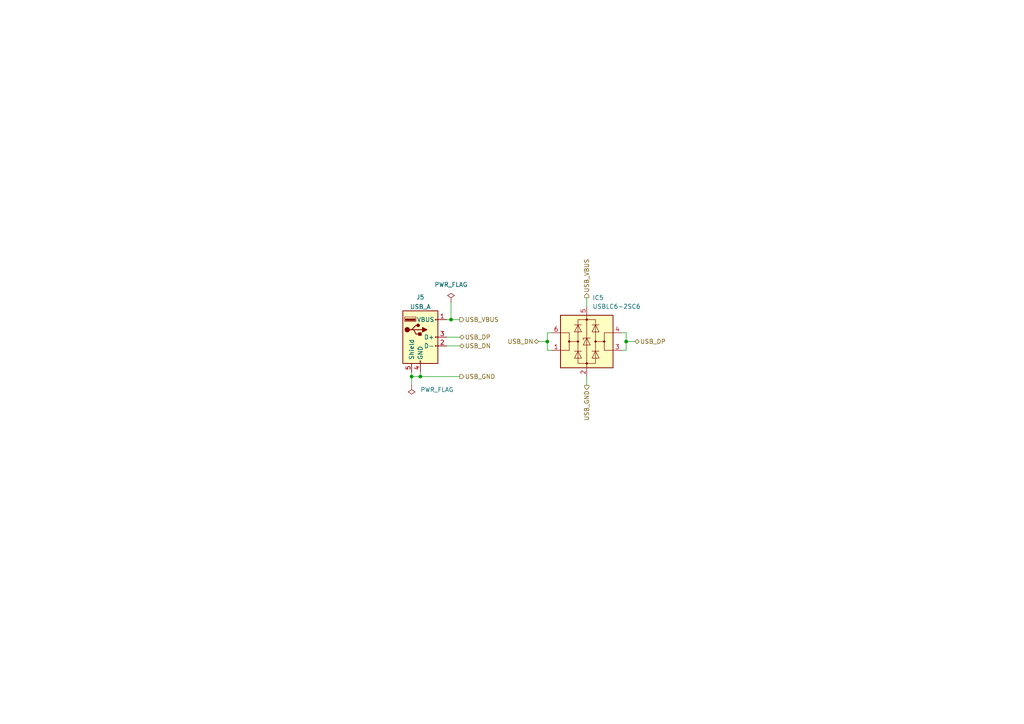
<source format=kicad_sch>
(kicad_sch (version 20250114) (generator "eeschema") (generator_version "9.0")
  (paper "A4")
  (title_block (title "PB2 Bela Mini Proto") (date "2024-11") (rev "rev 1.0"))
  (lib_symbols
    (symbol "Connector:USB_A" (pin_names (offset 1.016))
      (property "Reference" "J" (at -5.08 11.43 0))
      (property "Value" "USB_A" (at -5.08 8.89 0))
      (symbol "USB_A_0_1"
        (rectangle (start -5.08 -7.62) (end 5.08 7.62) (stroke (width 0.254)) (fill (type background)))
        (circle (center -3.81 2.159) (radius 0.635) (stroke (width 0.254)) (fill (type outline)))
        (polyline (pts (xy -3.175 2.159) (xy -2.54 2.159) (xy -1.27 3.429) (xy -0.635 3.429)) (stroke (width 0.254)))
        (polyline (pts (xy -2.54 2.159) (xy -1.905 2.159) (xy -1.27 0.889) (xy 0 0.889)) (stroke (width 0.254)))
        (rectangle (start -1.524 4.826) (end -4.318 5.334) (fill (type outline)))
        (rectangle (start -1.27 4.572) (end -4.572 5.842))
        (circle (center -0.635 3.429) (radius 0.381) (stroke (width 0.254)) (fill (type outline)))
        (rectangle (start -0.127 -7.62) (end 0.127 -6.858))
        (rectangle (start 0.254 1.27) (end -0.508 0.508) (stroke (width 0.254)) (fill (type outline)))
        (polyline (pts (xy 0.635 2.794) (xy 0.635 1.524) (xy 1.905 2.159) (xy 0.635 2.794)) (stroke (width 0.254)) (fill (type outline)))
        (rectangle (start 5.08 4.953) (end 4.318 5.207))
        (rectangle (start 5.08 -0.127) (end 4.318 0.127))
        (rectangle (start 5.08 -2.667) (end 4.318 -2.413))
      )
      (symbol "USB_A_1_1"
        (polyline (pts (xy -1.905 2.159) (xy 0.635 2.159)) (stroke (width 0.254)))
        (pin passive line (at -2.54 -10.16 90) (length 2.54) (name "Shield") (number "5"))
        (pin power_in line (at 0 -10.16 90) (length 2.54) (name "GND") (number "4"))
        (pin power_in line (at 7.62 5.08 180) (length 2.54) (name "VBUS") (number "1"))
        (pin bidirectional line (at 7.62 0 180) (length 2.54) (name "D+") (number "3"))
        (pin bidirectional line (at 7.62 -2.54 180) (length 2.54) (name "D-") (number "2"))
      )
    )
    (symbol "Power_Protection:USBLC6-2SC6" (pin_names (hide yes))
      (property "Reference" "U" (at 2.54 8.89 0))
      (property "Value" "USBLC6-2SC6" (at 2.54 -8.89 0))
      (symbol "USBLC6-2SC6_0_1"
        (rectangle (start -7.62 -7.62) (end 7.62 7.62) (stroke (width 0.254)) (fill (type background)))
        (polyline (pts (xy -5.08 2.54) (xy -7.62 2.54)))
        (circle (center -5.08 0) (radius 0.254) (fill (type outline)))
        (polyline (pts (xy -5.08 0) (xy -5.08 -2.54)))
        (polyline (pts (xy -5.08 -2.54) (xy -7.62 -2.54)))
        (polyline (pts (xy -3.556 2.794) (xy -1.524 2.794) (xy -2.54 4.826) (xy -3.556 2.794)))
        (polyline (pts (xy -3.556 -4.826) (xy -1.524 -4.826) (xy -2.54 -2.794) (xy -3.556 -4.826)))
        (rectangle (start -2.54 6.35) (end 2.54 -6.35))
        (circle (center -2.54 0) (radius 0.254) (fill (type outline)))
        (polyline (pts (xy -2.54 0) (xy -5.08 0) (xy -5.08 2.54)))
        (polyline (pts (xy -1.524 4.826) (xy -3.556 4.826)))
        (polyline (pts (xy -1.524 -2.794) (xy -3.556 -2.794)))
        (polyline (pts (xy -1.016 -1.016) (xy 1.016 -1.016) (xy 0 1.016) (xy -1.016 -1.016)))
        (circle (center 0 6.35) (radius 0.254) (fill (type outline)))
        (polyline (pts (xy 0 6.35) (xy 0 7.62)))
        (polyline (pts (xy 0 1.27) (xy 0 6.35)))
        (polyline (pts (xy 0 -6.35) (xy 0 1.27)))
        (circle (center 0 -6.35) (radius 0.254) (fill (type outline)))
        (polyline (pts (xy 0 -7.62) (xy 0 -6.35)))
        (polyline (pts (xy 1.016 1.016) (xy 0.762 1.016) (xy -1.016 1.016) (xy -1.016 0.508)))
        (polyline (pts (xy 1.524 4.826) (xy 3.556 4.826)))
        (polyline (pts (xy 1.524 -2.794) (xy 3.556 -2.794)))
        (polyline (pts (xy 2.54 0) (xy 5.08 0) (xy 5.08 2.54)))
        (circle (center 2.54 0) (radius 0.254) (fill (type outline)))
        (polyline (pts (xy 3.556 2.794) (xy 1.524 2.794) (xy 2.54 4.826) (xy 3.556 2.794)))
        (polyline (pts (xy 3.556 -4.826) (xy 1.524 -4.826) (xy 2.54 -2.794) (xy 3.556 -4.826)))
        (polyline (pts (xy 5.08 2.54) (xy 7.62 2.54)))
        (polyline (pts (xy 5.08 0) (xy 5.08 -2.54)))
        (circle (center 5.08 0) (radius 0.254) (fill (type outline)))
        (polyline (pts (xy 5.08 -2.54) (xy 7.62 -2.54)))
      )
      (symbol "USBLC6-2SC6_1_1"
        (pin passive line (at -10.16 2.54 0) (length 2.54) (name "I/O1") (number "6"))
        (pin passive line (at -10.16 -2.54 0) (length 2.54) (name "I/O1") (number "1"))
        (pin passive line (at 0 10.16 270) (length 2.54) (name "VBUS") (number "5"))
        (pin passive line (at 0 -10.16 90) (length 2.54) (name "GND") (number "2"))
        (pin passive line (at 10.16 2.54 180) (length 2.54) (name "I/O2") (number "4"))
        (pin passive line (at 10.16 -2.54 180) (length 2.54) (name "I/O2") (number "3"))
      )
    )
    (symbol "power:PWR_FLAG" (power) (pin_numbers (hide yes)) (pin_names (offset 0) (hide yes))
      (property "Value" "PWR_FLAG" (at 0 3.81 0))
      (symbol "PWR_FLAG_0_0"
        (pin power_out line (at 0 0 90) (length 0) (name "pwr") (number "1"))
      )
      (symbol "PWR_FLAG_0_1"
        (polyline (pts (xy 0 0) (xy 0 1.27) (xy -1.016 1.905) (xy 0 2.54) (xy 1.016 1.905) (xy 0 1.27)))
      )
    )
  )
  (junction (at 158.75 99.06))
  (junction (at 119.38 109.22))
  (junction (at 181.61 99.06))
  (junction (at 130.81 92.71))
  (junction (at 121.92 109.22))
  (wire (pts (xy 181.61 99.06) (xy 181.61 101.6)))
  (wire (pts (xy 181.61 96.52) (xy 180.34 96.52)))
  (wire (pts (xy 130.81 92.71) (xy 133.35 92.71)))
  (wire (pts (xy 181.61 101.6) (xy 180.34 101.6)))
  (wire (pts (xy 181.61 96.52) (xy 181.61 99.06)))
  (wire (pts (xy 181.61 99.06) (xy 184.15 99.06)))
  (wire (pts (xy 121.92 109.22) (xy 133.35 109.22)))
  (wire (pts (xy 158.75 99.06) (xy 158.75 101.6)))
  (wire (pts (xy 170.18 86.36) (xy 170.18 88.9)))
  (wire (pts (xy 129.54 100.33) (xy 133.35 100.33)))
  (wire (pts (xy 121.92 109.22) (xy 121.92 107.95)))
  (wire (pts (xy 133.35 97.79) (xy 129.54 97.79)))
  (wire (pts (xy 158.75 96.52) (xy 160.02 96.52)))
  (wire (pts (xy 129.54 92.71) (xy 130.81 92.71)))
  (wire (pts (xy 119.38 109.22) (xy 119.38 111.76)))
  (wire (pts (xy 119.38 109.22) (xy 119.38 107.95)))
  (wire (pts (xy 158.75 96.52) (xy 158.75 99.06)))
  (wire (pts (xy 170.18 109.22) (xy 170.18 111.76)))
  (wire (pts (xy 130.81 87.63) (xy 130.81 92.71)))
  (wire (pts (xy 119.38 109.22) (xy 121.92 109.22)))
  (wire (pts (xy 158.75 101.6) (xy 160.02 101.6)))
  (wire (pts (xy 156.21 99.06) (xy 158.75 99.06)))
  (hierarchical_label "USB_GND" (shape output) (at 133.35 109.22 0))
  (hierarchical_label "USB_DP" (shape bidirectional) (at 133.35 97.79 0))
  (hierarchical_label "USB_VBUS" (shape output) (at 170.18 86.36 90))
  (hierarchical_label "USB_GND" (shape output) (at 170.18 111.76 270))
  (hierarchical_label "USB_DP" (shape bidirectional) (at 184.15 99.06 0))
  (hierarchical_label "USB_DN" (shape bidirectional) (at 133.35 100.33 0))
  (hierarchical_label "USB_DN" (shape bidirectional) (at 156.21 99.06 180))
  (hierarchical_label "USB_VBUS" (shape output) (at 133.35 92.71 0))
  (symbol (lib_id "power:PWR_FLAG") (at 119.38 111.76 180) (unit 1)
    (property "Reference" "#FLG06" (effects (hide yes)))
    (property "Value" "PWR_FLAG" (at 121.92 113.0299 0) (effects (justify right)))
  )
  (symbol (lib_id "Connector:USB_A") (at 121.92 97.79 0) (unit 1)
    (property "Reference" "J5" (at 121.92 86.2035 0))
    (property "Value" "USB_A" (at 121.92 88.9786 0))
    (property "Footprint" "Bela:USB_A_GCT_USB1125" (effects (hide yes)))
    (property "Datasheet" " ~" (effects (hide yes)))
  )
  (symbol (lib_id "Power_Protection:USBLC6-2SC6") (at 170.18 99.06 0) (unit 1)
    (property "Reference" "IC5" (at 171.8311 86.36 0) (effects (justify left)))
    (property "Value" "USBLC6-2SC6" (at 171.8311 88.9 0) (effects (justify left)))
    (property "Footprint" "Package_TO_SOT_SMD:SOT-23-6" (effects (hide yes)))
    (property "Datasheet" "https://www.st.com/resource/en/datasheet/usblc6-2.pdf" (effects (hide yes)))
  )
  (symbol (lib_id "power:PWR_FLAG") (at 130.81 87.63 0) (unit 1)
    (property "Reference" "#FLG07" (effects (hide yes)))
    (property "Value" "PWR_FLAG" (at 130.81 82.55 0))
  )
)
</source>
